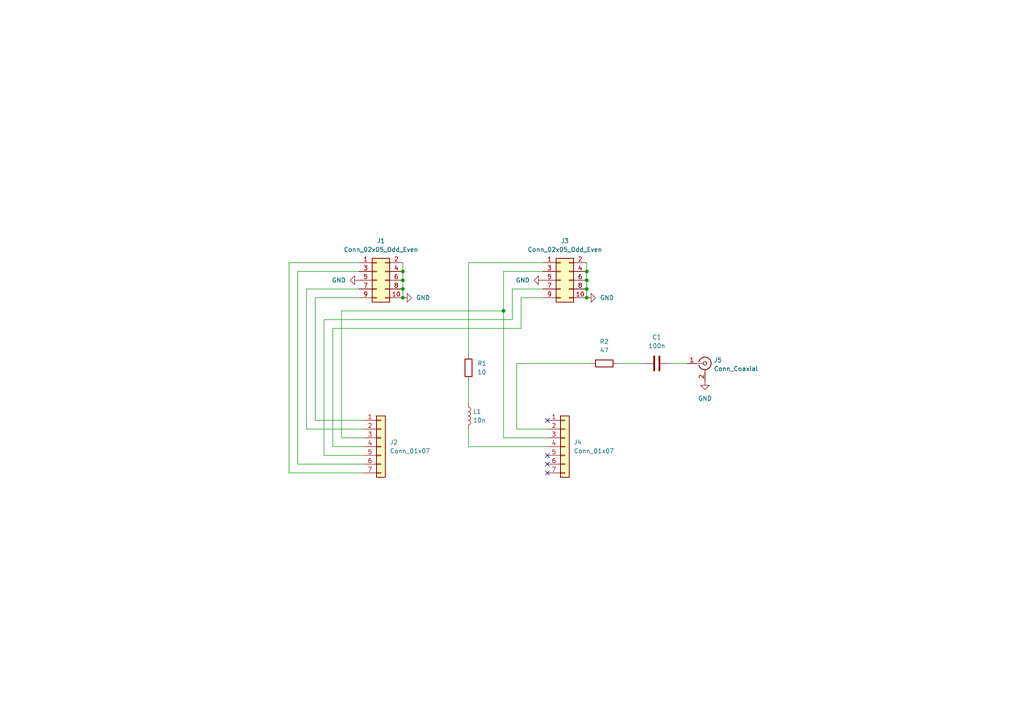
<source format=kicad_sch>
(kicad_sch (version 20211123) (generator eeschema)
  (paper "A4")
  (lib_symbols
    (symbol "Connector:Conn_Coaxial" (pin_names (offset 1.016) hide)
      (property "Reference" "J" (at 0.254 3.048 0))
      (property "Value" "Conn_Coaxial" (at 2.921 0 90))
      (symbol "Conn_Coaxial_0_1"
        (arc (start -1.778 -0.508) (mid 0.2311 -1.8066) (end 1.778 0) (stroke (width 0.254)))
        (polyline (pts (xy -2.54 0) (xy -0.508 0)))
        (polyline (pts (xy 0 -2.54) (xy 0 -1.778)))
        (circle (center 0 0) (radius 0.508) (stroke (width 0.2032)))
        (arc (start 1.778 0) (mid 0.2099 1.8101) (end -1.778 0.508) (stroke (width 0.254)))
      )
      (symbol "Conn_Coaxial_1_1"
        (pin passive line (at -5.08 0 0) (length 2.54) (name "In") (number "1"))
        (pin passive line (at 0 -5.08 90) (length 2.54) (name "Ext") (number "2"))
      )
    )
    (symbol "Connector_Generic:Conn_01x07" (pin_names (offset 1.016) hide)
      (property "Reference" "J" (at 0 10.16 0))
      (property "Value" "Conn_01x07" (at 0 -10.16 0))
      (symbol "Conn_01x07_1_1"
        (rectangle (start -1.27 -7.493) (end 0 -7.747) (stroke (width 0.1524)))
        (rectangle (start -1.27 -4.953) (end 0 -5.207) (stroke (width 0.1524)))
        (rectangle (start -1.27 -2.413) (end 0 -2.667) (stroke (width 0.1524)))
        (rectangle (start -1.27 0.127) (end 0 -0.127) (stroke (width 0.1524)))
        (rectangle (start -1.27 2.667) (end 0 2.413) (stroke (width 0.1524)))
        (rectangle (start -1.27 5.207) (end 0 4.953) (stroke (width 0.1524)))
        (rectangle (start -1.27 7.747) (end 0 7.493) (stroke (width 0.1524)))
        (rectangle (start -1.27 8.89) (end 1.27 -8.89) (stroke (width 0.254)) (fill (type background)))
        (pin passive line (at -5.08 7.62 0) (length 3.81) (name "Pin_1") (number "1"))
        (pin passive line (at -5.08 5.08 0) (length 3.81) (name "Pin_2") (number "2"))
        (pin passive line (at -5.08 2.54 0) (length 3.81) (name "Pin_3") (number "3"))
        (pin passive line (at -5.08 0 0) (length 3.81) (name "Pin_4") (number "4"))
        (pin passive line (at -5.08 -2.54 0) (length 3.81) (name "Pin_5") (number "5"))
        (pin passive line (at -5.08 -5.08 0) (length 3.81) (name "Pin_6") (number "6"))
        (pin passive line (at -5.08 -7.62 0) (length 3.81) (name "Pin_7") (number "7"))
      )
    )
    (symbol "Connector_Generic:Conn_02x05_Odd_Even" (pin_names (offset 1.016) hide)
      (property "Reference" "J" (at 1.27 7.62 0))
      (property "Value" "Conn_02x05_Odd_Even" (at 1.27 -7.62 0))
      (symbol "Conn_02x05_Odd_Even_1_1"
        (rectangle (start -1.27 -4.953) (end 0 -5.207) (stroke (width 0.1524)))
        (rectangle (start -1.27 -2.413) (end 0 -2.667) (stroke (width 0.1524)))
        (rectangle (start -1.27 0.127) (end 0 -0.127) (stroke (width 0.1524)))
        (rectangle (start -1.27 2.667) (end 0 2.413) (stroke (width 0.1524)))
        (rectangle (start -1.27 5.207) (end 0 4.953) (stroke (width 0.1524)))
        (rectangle (start -1.27 6.35) (end 3.81 -6.35) (stroke (width 0.254)) (fill (type background)))
        (rectangle (start 3.81 -4.953) (end 2.54 -5.207) (stroke (width 0.1524)))
        (rectangle (start 3.81 -2.413) (end 2.54 -2.667) (stroke (width 0.1524)))
        (rectangle (start 3.81 0.127) (end 2.54 -0.127) (stroke (width 0.1524)))
        (rectangle (start 3.81 2.667) (end 2.54 2.413) (stroke (width 0.1524)))
        (rectangle (start 3.81 5.207) (end 2.54 4.953) (stroke (width 0.1524)))
        (pin passive line (at -5.08 5.08 0) (length 3.81) (name "Pin_1") (number "1"))
        (pin passive line (at 7.62 -5.08 180) (length 3.81) (name "Pin_10") (number "10"))
        (pin passive line (at 7.62 5.08 180) (length 3.81) (name "Pin_2") (number "2"))
        (pin passive line (at -5.08 2.54 0) (length 3.81) (name "Pin_3") (number "3"))
        (pin passive line (at 7.62 2.54 180) (length 3.81) (name "Pin_4") (number "4"))
        (pin passive line (at -5.08 0 0) (length 3.81) (name "Pin_5") (number "5"))
        (pin passive line (at 7.62 0 180) (length 3.81) (name "Pin_6") (number "6"))
        (pin passive line (at -5.08 -2.54 0) (length 3.81) (name "Pin_7") (number "7"))
        (pin passive line (at 7.62 -2.54 180) (length 3.81) (name "Pin_8") (number "8"))
        (pin passive line (at -5.08 -5.08 0) (length 3.81) (name "Pin_9") (number "9"))
      )
    )
    (symbol "Device:C" (pin_numbers hide) (pin_names (offset 0.254))
      (property "Reference" "C" (at 0.635 2.54 0))
      (property "Value" "C" (at 0.635 -2.54 0))
      (symbol "C_0_1"
        (polyline (pts (xy -2.032 -0.762) (xy 2.032 -0.762)) (stroke (width 0.508)))
        (polyline (pts (xy -2.032 0.762) (xy 2.032 0.762)) (stroke (width 0.508)))
      )
      (symbol "C_1_1"
        (pin passive line (at 0 3.81 270) (length 2.794) (name "~") (number "1"))
        (pin passive line (at 0 -3.81 90) (length 2.794) (name "~") (number "2"))
      )
    )
    (symbol "Device:L" (pin_numbers hide) (pin_names (offset 1.016) hide)
      (property "Reference" "L" (at -1.27 0 90))
      (property "Value" "L" (at 1.905 0 90))
      (symbol "L_0_1"
        (arc (start 0 -2.54) (mid 0.635 -1.905) (end 0 -1.27))
        (arc (start 0 -1.27) (mid 0.635 -0.635) (end 0 0))
        (arc (start 0 0) (mid 0.635 0.635) (end 0 1.27))
        (arc (start 0 1.27) (mid 0.635 1.905) (end 0 2.54))
      )
      (symbol "L_1_1"
        (pin passive line (at 0 3.81 270) (length 1.27) (name "1") (number "1"))
        (pin passive line (at 0 -3.81 90) (length 1.27) (name "2") (number "2"))
      )
    )
    (symbol "Device:R" (pin_numbers hide) (pin_names (offset 0))
      (property "Reference" "R" (at 2.032 0 90))
      (property "Value" "R" (at 0 0 90))
      (symbol "R_0_1"
        (rectangle (start -1.016 -2.54) (end 1.016 2.54) (stroke (width 0.254)))
      )
      (symbol "R_1_1"
        (pin passive line (at 0 3.81 270) (length 1.27) (name "~") (number "1"))
        (pin passive line (at 0 -3.81 90) (length 1.27) (name "~") (number "2"))
      )
    )
    (symbol "power:GND" (power) (pin_names (offset 0))
      (property "Value" "GND" (at 0 -3.81 0))
      (symbol "GND_0_1"
        (polyline (pts (xy 0 0) (xy 0 -1.27) (xy 1.27 -1.27) (xy 0 -2.54) (xy -1.27 -1.27) (xy 0 -1.27)))
      )
      (symbol "GND_1_1"
        (pin power_in line (at 0 0 270) (length 0) hide (name "GND") (number "1"))
      )
    )
  )
  (junction (at 170.18 81.28))
  (junction (at 116.84 83.82))
  (junction (at 170.18 78.74))
  (junction (at 116.84 86.36))
  (junction (at 146.05 90.17))
  (junction (at 170.18 86.36))
  (junction (at 116.84 78.74))
  (junction (at 170.18 83.82))
  (junction (at 116.84 81.28))
  (no_connect (at 158.75 132.08))
  (no_connect (at 158.75 134.62))
  (no_connect (at 158.75 121.92))
  (no_connect (at 158.75 137.16))
  (wire (pts (xy 104.14 83.82) (xy 88.9 83.82)))
  (wire (pts (xy 88.9 124.46) (xy 105.41 124.46)))
  (wire (pts (xy 93.98 92.71) (xy 93.98 132.08)))
  (wire (pts (xy 88.9 83.82) (xy 88.9 124.46)))
  (wire (pts (xy 135.89 124.46) (xy 135.89 129.54)))
  (wire (pts (xy 151.13 86.36) (xy 151.13 95.25)))
  (wire (pts (xy 135.89 76.2) (xy 157.48 76.2)))
  (wire (pts (xy 148.59 83.82) (xy 148.59 92.71)))
  (wire (pts (xy 96.52 129.54) (xy 105.41 129.54)))
  (wire (pts (xy 170.18 83.82) (xy 170.18 86.36)))
  (wire (pts (xy 116.84 83.82) (xy 116.84 86.36)))
  (wire (pts (xy 170.18 78.74) (xy 170.18 81.28)))
  (wire (pts (xy 135.89 76.2) (xy 135.89 102.87)))
  (wire (pts (xy 83.82 76.2) (xy 83.82 137.16)))
  (wire (pts (xy 149.86 124.46) (xy 158.75 124.46)))
  (wire (pts (xy 116.84 78.74) (xy 116.84 81.28)))
  (wire (pts (xy 86.36 78.74) (xy 86.36 134.62)))
  (wire (pts (xy 135.89 129.54) (xy 158.75 129.54)))
  (wire (pts (xy 91.44 86.36) (xy 91.44 121.92)))
  (wire (pts (xy 157.48 86.36) (xy 151.13 86.36)))
  (wire (pts (xy 83.82 137.16) (xy 105.41 137.16)))
  (wire (pts (xy 86.36 134.62) (xy 105.41 134.62)))
  (wire (pts (xy 157.48 78.74) (xy 146.05 78.74)))
  (wire (pts (xy 157.48 83.82) (xy 148.59 83.82)))
  (wire (pts (xy 99.06 127) (xy 105.41 127)))
  (wire (pts (xy 104.14 78.74) (xy 86.36 78.74)))
  (wire (pts (xy 194.31 105.41) (xy 199.39 105.41)))
  (wire (pts (xy 179.07 105.41) (xy 186.69 105.41)))
  (wire (pts (xy 170.18 81.28) (xy 170.18 83.82)))
  (wire (pts (xy 135.89 110.49) (xy 135.89 116.84)))
  (wire (pts (xy 91.44 121.92) (xy 105.41 121.92)))
  (wire (pts (xy 116.84 81.28) (xy 116.84 83.82)))
  (wire (pts (xy 146.05 90.17) (xy 99.06 90.17)))
  (wire (pts (xy 104.14 86.36) (xy 91.44 86.36)))
  (wire (pts (xy 149.86 105.41) (xy 149.86 124.46)))
  (wire (pts (xy 158.75 127) (xy 146.05 127)))
  (wire (pts (xy 170.18 76.2) (xy 170.18 78.74)))
  (wire (pts (xy 99.06 90.17) (xy 99.06 127)))
  (wire (pts (xy 96.52 95.25) (xy 96.52 129.54)))
  (wire (pts (xy 116.84 76.2) (xy 116.84 78.74)))
  (wire (pts (xy 104.14 76.2) (xy 83.82 76.2)))
  (wire (pts (xy 171.45 105.41) (xy 149.86 105.41)))
  (wire (pts (xy 93.98 132.08) (xy 105.41 132.08)))
  (wire (pts (xy 146.05 127) (xy 146.05 90.17)))
  (wire (pts (xy 151.13 95.25) (xy 96.52 95.25)))
  (wire (pts (xy 148.59 92.71) (xy 93.98 92.71)))
  (wire (pts (xy 146.05 78.74) (xy 146.05 90.17)))
  (symbol (lib_id "Connector_Generic:Conn_01x07") (at 110.49 129.54 0) (unit 1)
    (property "Reference" "J2" (at 113.03 128.2699 0) (effects (justify left)))
    (property "Value" "Conn_01x07" (at 113.03 130.8099 0) (effects (justify left)))
    (property "Footprint" "laserSocket:socket left" (effects hide))
  )
  (symbol (lib_id "Connector_Generic:Conn_02x05_Odd_Even") (at 162.56 81.28 0) (unit 1)
    (property "Reference" "J3" (at 163.83 69.85 0))
    (property "Value" "Conn_02x05_Odd_Even" (at 163.83 72.39 0))
    (property "Footprint" "Connector_PinSocket_2.54mm:PinSocket_2x05_P2.54mm_Vertical_SMD" (effects hide))
  )
  (symbol (lib_id "power:GND") (at 170.18 86.36 90) (unit 1)
    (property "Reference" "#PWR0104" (effects hide))
    (property "Value" "GND" (at 173.99 86.3599 90) (effects (justify right)))
  )
  (symbol (lib_id "Connector_Generic:Conn_02x05_Odd_Even") (at 109.22 81.28 0) (unit 1)
    (property "Reference" "J1" (at 110.49 69.85 0))
    (property "Value" "Conn_02x05_Odd_Even" (at 110.49 72.39 0))
    (property "Footprint" "Connector_PinSocket_2.54mm:PinSocket_2x05_P2.54mm_Vertical_SMD" (effects hide))
  )
  (symbol (lib_id "power:GND") (at 204.47 110.49 0) (unit 1)
    (property "Reference" "#PWR0102" (effects hide))
    (property "Value" "GND" (at 204.47 115.57 0))
  )
  (symbol (lib_id "power:GND") (at 104.14 81.28 270) (unit 1)
    (property "Reference" "#PWR0101" (effects hide))
    (property "Value" "GND" (at 100.33 81.2799 90) (effects (justify right)))
  )
  (symbol (lib_id "Device:R") (at 135.89 106.68 0) (unit 1)
    (property "Reference" "R1" (at 138.43 105.4099 0) (effects (justify left)))
    (property "Value" "10" (at 138.43 107.9499 0) (effects (justify left)))
    (property "Footprint" "Resistor_SMD:R_0805_2012Metric" (effects hide))
  )
  (symbol (lib_id "power:GND") (at 157.48 81.28 270) (unit 1)
    (property "Reference" "#PWR0103" (effects hide))
    (property "Value" "GND" (at 153.67 81.2799 90) (effects (justify right)))
  )
  (symbol (lib_id "Connector_Generic:Conn_01x07") (at 163.83 129.54 0) (unit 1)
    (property "Reference" "J4" (at 166.37 128.2699 0) (effects (justify left)))
    (property "Value" "Conn_01x07" (at 166.37 130.8099 0) (effects (justify left)))
    (property "Footprint" "laserSocket:socket left" (effects hide))
  )
  (symbol (lib_id "Device:L") (at 135.89 120.65 0) (unit 1)
    (property "Reference" "L1" (at 137.16 119.3799 0) (effects (justify left)))
    (property "Value" "10n" (at 137.16 121.9199 0) (effects (justify left)))
    (property "Footprint" "Inductor_SMD:L_1210_3225Metric" (effects hide))
  )
  (symbol (lib_id "Device:C") (at 190.5 105.41 90) (unit 1)
    (property "Reference" "C1" (at 190.5 97.79 90))
    (property "Value" "100n" (at 190.5 100.33 90))
    (property "Footprint" "Capacitor_SMD:C_0805_2012Metric" (effects hide))
  )
  (symbol (lib_id "Connector:Conn_Coaxial") (at 204.47 105.41 0) (unit 1)
    (property "Reference" "J5" (at 207.01 104.4331 0) (effects (justify left)))
    (property "Value" "Conn_Coaxial" (at 207.01 106.9731 0) (effects (justify left)))
    (property "Footprint" "Connector_Coaxial:SMA_Amphenol_132289_EdgeMount" (effects hide))
    (property "Datasheet" " ~" (effects hide))
  )
  (symbol (lib_id "Device:R") (at 175.26 105.41 90) (unit 1)
    (property "Reference" "R2" (at 175.26 99.06 90))
    (property "Value" "47" (at 175.26 101.6 90))
    (property "Footprint" "Resistor_SMD:R_0805_2012Metric" (effects hide))
  )
  (symbol (lib_id "power:GND") (at 116.84 86.36 90) (unit 1)
    (property "Reference" "#PWR0105" (effects hide))
    (property "Value" "GND" (at 120.65 86.3599 90) (effects (justify right)))
  )
)
</source>
